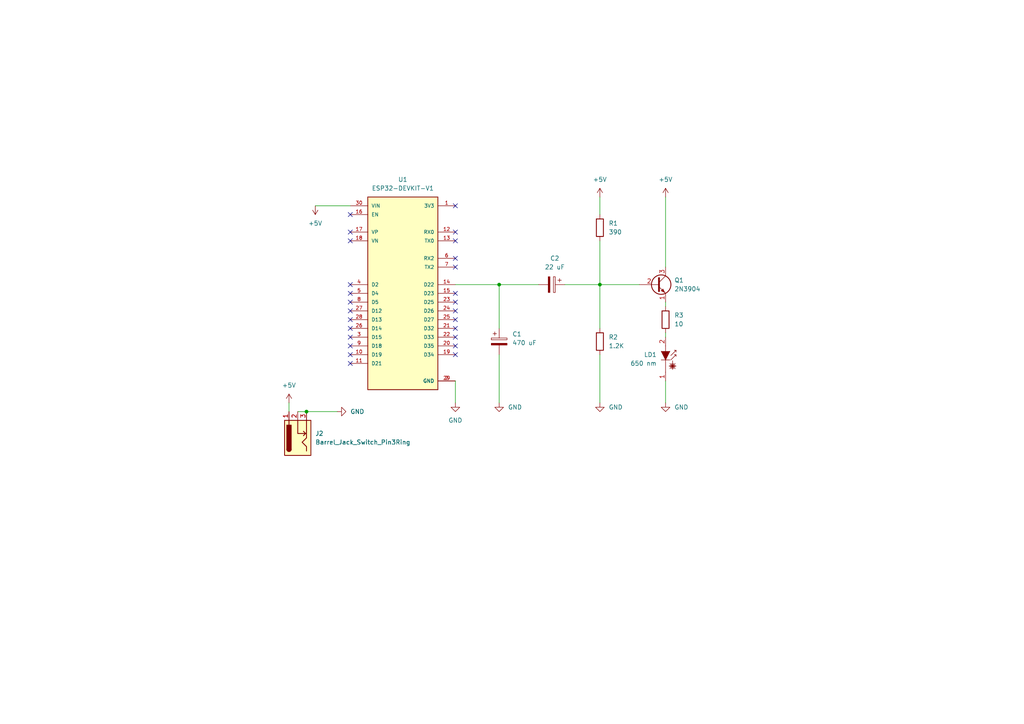
<source format=kicad_sch>
(kicad_sch (version 20230121) (generator eeschema)

  (uuid bf28ccc4-c2f9-4874-b1d7-ede309ad0e75)

  (paper "A4")

  (lib_symbols
    (symbol "Connector:Barrel_Jack_Switch_Pin3Ring" (pin_names hide) (in_bom yes) (on_board yes)
      (property "Reference" "J" (at 0 5.334 0)
        (effects (font (size 1.27 1.27)))
      )
      (property "Value" "Barrel_Jack_Switch_Pin3Ring" (at 0 -5.08 0)
        (effects (font (size 1.27 1.27)))
      )
      (property "Footprint" "" (at 1.27 -1.016 0)
        (effects (font (size 1.27 1.27)) hide)
      )
      (property "Datasheet" "~" (at 1.27 -1.016 0)
        (effects (font (size 1.27 1.27)) hide)
      )
      (property "ki_keywords" "DC power barrel jack connector" (at 0 0 0)
        (effects (font (size 1.27 1.27)) hide)
      )
      (property "ki_description" "DC Barrel Jack with an internal switch" (at 0 0 0)
        (effects (font (size 1.27 1.27)) hide)
      )
      (property "ki_fp_filters" "BarrelJack*" (at 0 0 0)
        (effects (font (size 1.27 1.27)) hide)
      )
      (symbol "Barrel_Jack_Switch_Pin3Ring_0_1"
        (rectangle (start -5.08 3.81) (end 5.08 -3.81)
          (stroke (width 0.254) (type default))
          (fill (type background))
        )
        (arc (start -3.302 3.175) (mid -3.9343 2.54) (end -3.302 1.905)
          (stroke (width 0.254) (type default))
          (fill (type none))
        )
        (arc (start -3.302 3.175) (mid -3.9343 2.54) (end -3.302 1.905)
          (stroke (width 0.254) (type default))
          (fill (type outline))
        )
        (polyline
          (pts
            (xy 1.27 -2.286)
            (xy 1.905 -1.651)
          )
          (stroke (width 0.254) (type default))
          (fill (type none))
        )
        (polyline
          (pts
            (xy 5.08 2.54)
            (xy 3.81 2.54)
          )
          (stroke (width 0.254) (type default))
          (fill (type none))
        )
        (polyline
          (pts
            (xy 5.08 0)
            (xy 1.27 0)
            (xy 1.27 -2.286)
            (xy 0.635 -1.651)
          )
          (stroke (width 0.254) (type default))
          (fill (type none))
        )
        (polyline
          (pts
            (xy -3.81 -2.54)
            (xy -2.54 -2.54)
            (xy -1.27 -1.27)
            (xy 0 -2.54)
            (xy 2.54 -2.54)
            (xy 5.08 -2.54)
          )
          (stroke (width 0.254) (type default))
          (fill (type none))
        )
        (rectangle (start 3.683 3.175) (end -3.302 1.905)
          (stroke (width 0.254) (type default))
          (fill (type outline))
        )
      )
      (symbol "Barrel_Jack_Switch_Pin3Ring_1_1"
        (pin passive line (at 7.62 2.54 180) (length 2.54)
          (name "~" (effects (font (size 1.27 1.27))))
          (number "1" (effects (font (size 1.27 1.27))))
        )
        (pin passive line (at 7.62 0 180) (length 2.54)
          (name "~" (effects (font (size 1.27 1.27))))
          (number "2" (effects (font (size 1.27 1.27))))
        )
        (pin passive line (at 7.62 -2.54 180) (length 2.54)
          (name "~" (effects (font (size 1.27 1.27))))
          (number "3" (effects (font (size 1.27 1.27))))
        )
      )
    )
    (symbol "Device:C_Polarized" (pin_numbers hide) (pin_names (offset 0.254)) (in_bom yes) (on_board yes)
      (property "Reference" "C" (at 0.635 2.54 0)
        (effects (font (size 1.27 1.27)) (justify left))
      )
      (property "Value" "C_Polarized" (at 0.635 -2.54 0)
        (effects (font (size 1.27 1.27)) (justify left))
      )
      (property "Footprint" "" (at 0.9652 -3.81 0)
        (effects (font (size 1.27 1.27)) hide)
      )
      (property "Datasheet" "~" (at 0 0 0)
        (effects (font (size 1.27 1.27)) hide)
      )
      (property "ki_keywords" "cap capacitor" (at 0 0 0)
        (effects (font (size 1.27 1.27)) hide)
      )
      (property "ki_description" "Polarized capacitor" (at 0 0 0)
        (effects (font (size 1.27 1.27)) hide)
      )
      (property "ki_fp_filters" "CP_*" (at 0 0 0)
        (effects (font (size 1.27 1.27)) hide)
      )
      (symbol "C_Polarized_0_1"
        (rectangle (start -2.286 0.508) (end 2.286 1.016)
          (stroke (width 0) (type default))
          (fill (type none))
        )
        (polyline
          (pts
            (xy -1.778 2.286)
            (xy -0.762 2.286)
          )
          (stroke (width 0) (type default))
          (fill (type none))
        )
        (polyline
          (pts
            (xy -1.27 2.794)
            (xy -1.27 1.778)
          )
          (stroke (width 0) (type default))
          (fill (type none))
        )
        (rectangle (start 2.286 -0.508) (end -2.286 -1.016)
          (stroke (width 0) (type default))
          (fill (type outline))
        )
      )
      (symbol "C_Polarized_1_1"
        (pin passive line (at 0 3.81 270) (length 2.794)
          (name "~" (effects (font (size 1.27 1.27))))
          (number "1" (effects (font (size 1.27 1.27))))
        )
        (pin passive line (at 0 -3.81 90) (length 2.794)
          (name "~" (effects (font (size 1.27 1.27))))
          (number "2" (effects (font (size 1.27 1.27))))
        )
      )
    )
    (symbol "Device:R" (pin_numbers hide) (pin_names (offset 0)) (in_bom yes) (on_board yes)
      (property "Reference" "R" (at 2.032 0 90)
        (effects (font (size 1.27 1.27)))
      )
      (property "Value" "R" (at 0 0 90)
        (effects (font (size 1.27 1.27)))
      )
      (property "Footprint" "" (at -1.778 0 90)
        (effects (font (size 1.27 1.27)) hide)
      )
      (property "Datasheet" "~" (at 0 0 0)
        (effects (font (size 1.27 1.27)) hide)
      )
      (property "ki_keywords" "R res resistor" (at 0 0 0)
        (effects (font (size 1.27 1.27)) hide)
      )
      (property "ki_description" "Resistor" (at 0 0 0)
        (effects (font (size 1.27 1.27)) hide)
      )
      (property "ki_fp_filters" "R_*" (at 0 0 0)
        (effects (font (size 1.27 1.27)) hide)
      )
      (symbol "R_0_1"
        (rectangle (start -1.016 -2.54) (end 1.016 2.54)
          (stroke (width 0.254) (type default))
          (fill (type none))
        )
      )
      (symbol "R_1_1"
        (pin passive line (at 0 3.81 270) (length 1.27)
          (name "~" (effects (font (size 1.27 1.27))))
          (number "1" (effects (font (size 1.27 1.27))))
        )
        (pin passive line (at 0 -3.81 90) (length 1.27)
          (name "~" (effects (font (size 1.27 1.27))))
          (number "2" (effects (font (size 1.27 1.27))))
        )
      )
    )
    (symbol "Diode_Laser:SPL_PL90" (pin_names (offset 1.016) hide) (in_bom yes) (on_board yes)
      (property "Reference" "LD" (at -1.27 4.445 0)
        (effects (font (size 1.27 1.27)))
      )
      (property "Value" "SPL_PL90" (at -1.27 -2.54 0)
        (effects (font (size 1.27 1.27)))
      )
      (property "Footprint" "LED_THT:LED_D5.0mm" (at -1.524 -4.572 0)
        (effects (font (size 1.27 1.27)) hide)
      )
      (property "Datasheet" "http://www.osram-os.com/Graphics/XPic0/00194565_0.pdf/SPL%20PL90.pdf" (at 0.762 -5.08 0)
        (effects (font (size 1.27 1.27)) hide)
      )
      (property "ki_keywords" "opto laserdiode" (at 0 0 0)
        (effects (font (size 1.27 1.27)) hide)
      )
      (property "ki_description" "Pulsed Laser Diode in Plastic Package 25W Peak Power" (at 0 0 0)
        (effects (font (size 1.27 1.27)) hide)
      )
      (property "ki_fp_filters" "LED*5.0mm*" (at 0 0 0)
        (effects (font (size 1.27 1.27)) hide)
      )
      (symbol "SPL_PL90_0_1"
        (polyline
          (pts
            (xy -4.064 1.27)
            (xy -2.54 2.794)
          )
          (stroke (width 0) (type default))
          (fill (type none))
        )
        (polyline
          (pts
            (xy -4.064 1.778)
            (xy -2.54 2.286)
          )
          (stroke (width 0) (type default))
          (fill (type none))
        )
        (polyline
          (pts
            (xy -4.064 2.286)
            (xy -2.54 1.778)
          )
          (stroke (width 0) (type default))
          (fill (type none))
        )
        (polyline
          (pts
            (xy -4.064 2.794)
            (xy -2.54 1.27)
          )
          (stroke (width 0) (type default))
          (fill (type none))
        )
        (polyline
          (pts
            (xy -3.556 2.794)
            (xy -3.048 1.27)
          )
          (stroke (width 0) (type default))
          (fill (type none))
        )
        (polyline
          (pts
            (xy -3.302 2.032)
            (xy -3.302 1.016)
          )
          (stroke (width 0) (type default))
          (fill (type none))
        )
        (polyline
          (pts
            (xy -3.302 2.032)
            (xy -3.302 3.048)
          )
          (stroke (width 0) (type default))
          (fill (type none))
        )
        (polyline
          (pts
            (xy -3.048 2.794)
            (xy -3.556 1.27)
          )
          (stroke (width 0) (type default))
          (fill (type none))
        )
        (polyline
          (pts
            (xy -1.778 2.032)
            (xy -4.318 2.032)
          )
          (stroke (width 0) (type default))
          (fill (type none))
        )
        (polyline
          (pts
            (xy -1.524 1.27)
            (xy -1.524 -1.27)
          )
          (stroke (width 0.1524) (type default))
          (fill (type none))
        )
        (polyline
          (pts
            (xy 1.27 3.048)
            (xy 0.762 3.048)
          )
          (stroke (width 0) (type default))
          (fill (type none))
        )
        (polyline
          (pts
            (xy 2.54 0)
            (xy -5.08 0)
          )
          (stroke (width 0) (type default))
          (fill (type none))
        )
        (polyline
          (pts
            (xy -0.254 1.524)
            (xy 1.27 3.048)
            (xy 1.27 2.54)
          )
          (stroke (width 0) (type default))
          (fill (type none))
        )
        (polyline
          (pts
            (xy 1.016 1.27)
            (xy -1.524 0)
            (xy 1.016 -1.27)
          )
          (stroke (width 0) (type default))
          (fill (type outline))
        )
        (polyline
          (pts
            (xy -1.524 1.524)
            (xy 0 3.048)
            (xy 0 2.54)
            (xy 0 3.048)
            (xy -0.508 3.048)
          )
          (stroke (width 0) (type default))
          (fill (type none))
        )
      )
      (symbol "SPL_PL90_1_1"
        (pin passive line (at -7.62 0 0) (length 2.54)
          (name "C" (effects (font (size 1.27 1.27))))
          (number "1" (effects (font (size 1.27 1.27))))
        )
        (pin passive line (at 5.08 0 180) (length 2.54)
          (name "A" (effects (font (size 1.27 1.27))))
          (number "2" (effects (font (size 1.27 1.27))))
        )
      )
    )
    (symbol "ESP32-DEVKIT-V1:ESP32-DEVKIT-V1" (pin_names (offset 1.016)) (in_bom yes) (on_board yes)
      (property "Reference" "U" (at -10.16 30.48 0)
        (effects (font (size 1.27 1.27)) (justify left bottom))
      )
      (property "Value" "ESP32-DEVKIT-V1" (at -10.16 -30.48 0)
        (effects (font (size 1.27 1.27)) (justify left bottom))
      )
      (property "Footprint" "MODULE_ESP32_DEVKIT_V1" (at 0 0 0)
        (effects (font (size 1.27 1.27)) (justify left bottom) hide)
      )
      (property "Datasheet" "" (at 0 0 0)
        (effects (font (size 1.27 1.27)) (justify left bottom) hide)
      )
      (property "MF" "Do it" (at 0 0 0)
        (effects (font (size 1.27 1.27)) (justify left bottom) hide)
      )
      (property "MAXIMUM_PACKAGE_HEIGHT" "6.8 mm" (at 0 0 0)
        (effects (font (size 1.27 1.27)) (justify left bottom) hide)
      )
      (property "Package" "None" (at 0 0 0)
        (effects (font (size 1.27 1.27)) (justify left bottom) hide)
      )
      (property "Price" "None" (at 0 0 0)
        (effects (font (size 1.27 1.27)) (justify left bottom) hide)
      )
      (property "Check_prices" "https://www.snapeda.com/parts/ESP32-DEVKIT-V1/Do+it/view-part/?ref=eda" (at 0 0 0)
        (effects (font (size 1.27 1.27)) (justify left bottom) hide)
      )
      (property "STANDARD" "Manufacturer Recommendations" (at 0 0 0)
        (effects (font (size 1.27 1.27)) (justify left bottom) hide)
      )
      (property "PARTREV" "N/A" (at 0 0 0)
        (effects (font (size 1.27 1.27)) (justify left bottom) hide)
      )
      (property "SnapEDA_Link" "https://www.snapeda.com/parts/ESP32-DEVKIT-V1/Do+it/view-part/?ref=snap" (at 0 0 0)
        (effects (font (size 1.27 1.27)) (justify left bottom) hide)
      )
      (property "MP" "ESP32-DEVKIT-V1" (at 0 0 0)
        (effects (font (size 1.27 1.27)) (justify left bottom) hide)
      )
      (property "Description" "\\nDual core, Wi-Fi: 2.4 GHz up to 150 Mbits/s,BLE (Bluetooth Low Energy) and legacy Bluetooth, 32 bits, Up to 240 MHz\\n" (at 0 0 0)
        (effects (font (size 1.27 1.27)) (justify left bottom) hide)
      )
      (property "Availability" "Not in stock" (at 0 0 0)
        (effects (font (size 1.27 1.27)) (justify left bottom) hide)
      )
      (property "MANUFACTURER" "DOIT" (at 0 0 0)
        (effects (font (size 1.27 1.27)) (justify left bottom) hide)
      )
      (property "ki_locked" "" (at 0 0 0)
        (effects (font (size 1.27 1.27)))
      )
      (symbol "ESP32-DEVKIT-V1_0_0"
        (rectangle (start -10.16 -27.94) (end 10.16 27.94)
          (stroke (width 0.254) (type solid))
          (fill (type background))
        )
        (pin output line (at 15.24 25.4 180) (length 5.08)
          (name "3V3" (effects (font (size 1.016 1.016))))
          (number "1" (effects (font (size 1.016 1.016))))
        )
        (pin bidirectional line (at -15.24 -17.78 0) (length 5.08)
          (name "D19" (effects (font (size 1.016 1.016))))
          (number "10" (effects (font (size 1.016 1.016))))
        )
        (pin bidirectional line (at -15.24 -20.32 0) (length 5.08)
          (name "D21" (effects (font (size 1.016 1.016))))
          (number "11" (effects (font (size 1.016 1.016))))
        )
        (pin input line (at 15.24 17.78 180) (length 5.08)
          (name "RX0" (effects (font (size 1.016 1.016))))
          (number "12" (effects (font (size 1.016 1.016))))
        )
        (pin output line (at 15.24 15.24 180) (length 5.08)
          (name "TX0" (effects (font (size 1.016 1.016))))
          (number "13" (effects (font (size 1.016 1.016))))
        )
        (pin bidirectional line (at 15.24 2.54 180) (length 5.08)
          (name "D22" (effects (font (size 1.016 1.016))))
          (number "14" (effects (font (size 1.016 1.016))))
        )
        (pin bidirectional line (at 15.24 0 180) (length 5.08)
          (name "D23" (effects (font (size 1.016 1.016))))
          (number "15" (effects (font (size 1.016 1.016))))
        )
        (pin input line (at -15.24 22.86 0) (length 5.08)
          (name "EN" (effects (font (size 1.016 1.016))))
          (number "16" (effects (font (size 1.016 1.016))))
        )
        (pin bidirectional line (at -15.24 17.78 0) (length 5.08)
          (name "VP" (effects (font (size 1.016 1.016))))
          (number "17" (effects (font (size 1.016 1.016))))
        )
        (pin bidirectional line (at -15.24 15.24 0) (length 5.08)
          (name "VN" (effects (font (size 1.016 1.016))))
          (number "18" (effects (font (size 1.016 1.016))))
        )
        (pin bidirectional line (at 15.24 -17.78 180) (length 5.08)
          (name "D34" (effects (font (size 1.016 1.016))))
          (number "19" (effects (font (size 1.016 1.016))))
        )
        (pin power_in line (at 15.24 -25.4 180) (length 5.08)
          (name "GND" (effects (font (size 1.016 1.016))))
          (number "2" (effects (font (size 1.016 1.016))))
        )
        (pin bidirectional line (at 15.24 -15.24 180) (length 5.08)
          (name "D35" (effects (font (size 1.016 1.016))))
          (number "20" (effects (font (size 1.016 1.016))))
        )
        (pin bidirectional line (at 15.24 -10.16 180) (length 5.08)
          (name "D32" (effects (font (size 1.016 1.016))))
          (number "21" (effects (font (size 1.016 1.016))))
        )
        (pin bidirectional line (at 15.24 -12.7 180) (length 5.08)
          (name "D33" (effects (font (size 1.016 1.016))))
          (number "22" (effects (font (size 1.016 1.016))))
        )
        (pin bidirectional line (at 15.24 -2.54 180) (length 5.08)
          (name "D25" (effects (font (size 1.016 1.016))))
          (number "23" (effects (font (size 1.016 1.016))))
        )
        (pin bidirectional line (at 15.24 -5.08 180) (length 5.08)
          (name "D26" (effects (font (size 1.016 1.016))))
          (number "24" (effects (font (size 1.016 1.016))))
        )
        (pin bidirectional line (at 15.24 -7.62 180) (length 5.08)
          (name "D27" (effects (font (size 1.016 1.016))))
          (number "25" (effects (font (size 1.016 1.016))))
        )
        (pin bidirectional line (at -15.24 -10.16 0) (length 5.08)
          (name "D14" (effects (font (size 1.016 1.016))))
          (number "26" (effects (font (size 1.016 1.016))))
        )
        (pin bidirectional line (at -15.24 -5.08 0) (length 5.08)
          (name "D12" (effects (font (size 1.016 1.016))))
          (number "27" (effects (font (size 1.016 1.016))))
        )
        (pin bidirectional line (at -15.24 -7.62 0) (length 5.08)
          (name "D13" (effects (font (size 1.016 1.016))))
          (number "28" (effects (font (size 1.016 1.016))))
        )
        (pin power_in line (at 15.24 -25.4 180) (length 5.08)
          (name "GND" (effects (font (size 1.016 1.016))))
          (number "29" (effects (font (size 1.016 1.016))))
        )
        (pin bidirectional line (at -15.24 -12.7 0) (length 5.08)
          (name "D15" (effects (font (size 1.016 1.016))))
          (number "3" (effects (font (size 1.016 1.016))))
        )
        (pin input line (at -15.24 25.4 0) (length 5.08)
          (name "VIN" (effects (font (size 1.016 1.016))))
          (number "30" (effects (font (size 1.016 1.016))))
        )
        (pin bidirectional line (at -15.24 2.54 0) (length 5.08)
          (name "D2" (effects (font (size 1.016 1.016))))
          (number "4" (effects (font (size 1.016 1.016))))
        )
        (pin bidirectional line (at -15.24 0 0) (length 5.08)
          (name "D4" (effects (font (size 1.016 1.016))))
          (number "5" (effects (font (size 1.016 1.016))))
        )
        (pin input line (at 15.24 10.16 180) (length 5.08)
          (name "RX2" (effects (font (size 1.016 1.016))))
          (number "6" (effects (font (size 1.016 1.016))))
        )
        (pin output line (at 15.24 7.62 180) (length 5.08)
          (name "TX2" (effects (font (size 1.016 1.016))))
          (number "7" (effects (font (size 1.016 1.016))))
        )
        (pin bidirectional line (at -15.24 -2.54 0) (length 5.08)
          (name "D5" (effects (font (size 1.016 1.016))))
          (number "8" (effects (font (size 1.016 1.016))))
        )
        (pin bidirectional line (at -15.24 -15.24 0) (length 5.08)
          (name "D18" (effects (font (size 1.016 1.016))))
          (number "9" (effects (font (size 1.016 1.016))))
        )
      )
    )
    (symbol "Transistor_BJT:2N3904" (pin_names (offset 0) hide) (in_bom yes) (on_board yes)
      (property "Reference" "Q" (at 5.08 1.905 0)
        (effects (font (size 1.27 1.27)) (justify left))
      )
      (property "Value" "2N3904" (at 5.08 0 0)
        (effects (font (size 1.27 1.27)) (justify left))
      )
      (property "Footprint" "Package_TO_SOT_THT:TO-92_Inline" (at 5.08 -1.905 0)
        (effects (font (size 1.27 1.27) italic) (justify left) hide)
      )
      (property "Datasheet" "https://www.onsemi.com/pub/Collateral/2N3903-D.PDF" (at 0 0 0)
        (effects (font (size 1.27 1.27)) (justify left) hide)
      )
      (property "ki_keywords" "NPN Transistor" (at 0 0 0)
        (effects (font (size 1.27 1.27)) hide)
      )
      (property "ki_description" "0.2A Ic, 40V Vce, Small Signal NPN Transistor, TO-92" (at 0 0 0)
        (effects (font (size 1.27 1.27)) hide)
      )
      (property "ki_fp_filters" "TO?92*" (at 0 0 0)
        (effects (font (size 1.27 1.27)) hide)
      )
      (symbol "2N3904_0_1"
        (polyline
          (pts
            (xy 0.635 0.635)
            (xy 2.54 2.54)
          )
          (stroke (width 0) (type default))
          (fill (type none))
        )
        (polyline
          (pts
            (xy 0.635 -0.635)
            (xy 2.54 -2.54)
            (xy 2.54 -2.54)
          )
          (stroke (width 0) (type default))
          (fill (type none))
        )
        (polyline
          (pts
            (xy 0.635 1.905)
            (xy 0.635 -1.905)
            (xy 0.635 -1.905)
          )
          (stroke (width 0.508) (type default))
          (fill (type none))
        )
        (polyline
          (pts
            (xy 1.27 -1.778)
            (xy 1.778 -1.27)
            (xy 2.286 -2.286)
            (xy 1.27 -1.778)
            (xy 1.27 -1.778)
          )
          (stroke (width 0) (type default))
          (fill (type outline))
        )
        (circle (center 1.27 0) (radius 2.8194)
          (stroke (width 0.254) (type default))
          (fill (type none))
        )
      )
      (symbol "2N3904_1_1"
        (pin passive line (at 2.54 -5.08 90) (length 2.54)
          (name "E" (effects (font (size 1.27 1.27))))
          (number "1" (effects (font (size 1.27 1.27))))
        )
        (pin passive line (at -5.08 0 0) (length 5.715)
          (name "B" (effects (font (size 1.27 1.27))))
          (number "2" (effects (font (size 1.27 1.27))))
        )
        (pin passive line (at 2.54 5.08 270) (length 2.54)
          (name "C" (effects (font (size 1.27 1.27))))
          (number "3" (effects (font (size 1.27 1.27))))
        )
      )
    )
    (symbol "power:+5V" (power) (pin_names (offset 0)) (in_bom yes) (on_board yes)
      (property "Reference" "#PWR" (at 0 -3.81 0)
        (effects (font (size 1.27 1.27)) hide)
      )
      (property "Value" "+5V" (at 0 3.556 0)
        (effects (font (size 1.27 1.27)))
      )
      (property "Footprint" "" (at 0 0 0)
        (effects (font (size 1.27 1.27)) hide)
      )
      (property "Datasheet" "" (at 0 0 0)
        (effects (font (size 1.27 1.27)) hide)
      )
      (property "ki_keywords" "global power" (at 0 0 0)
        (effects (font (size 1.27 1.27)) hide)
      )
      (property "ki_description" "Power symbol creates a global label with name \"+5V\"" (at 0 0 0)
        (effects (font (size 1.27 1.27)) hide)
      )
      (symbol "+5V_0_1"
        (polyline
          (pts
            (xy -0.762 1.27)
            (xy 0 2.54)
          )
          (stroke (width 0) (type default))
          (fill (type none))
        )
        (polyline
          (pts
            (xy 0 0)
            (xy 0 2.54)
          )
          (stroke (width 0) (type default))
          (fill (type none))
        )
        (polyline
          (pts
            (xy 0 2.54)
            (xy 0.762 1.27)
          )
          (stroke (width 0) (type default))
          (fill (type none))
        )
      )
      (symbol "+5V_1_1"
        (pin power_in line (at 0 0 90) (length 0) hide
          (name "+5V" (effects (font (size 1.27 1.27))))
          (number "1" (effects (font (size 1.27 1.27))))
        )
      )
    )
    (symbol "power:GND" (power) (pin_names (offset 0)) (in_bom yes) (on_board yes)
      (property "Reference" "#PWR" (at 0 -6.35 0)
        (effects (font (size 1.27 1.27)) hide)
      )
      (property "Value" "GND" (at 0 -3.81 0)
        (effects (font (size 1.27 1.27)))
      )
      (property "Footprint" "" (at 0 0 0)
        (effects (font (size 1.27 1.27)) hide)
      )
      (property "Datasheet" "" (at 0 0 0)
        (effects (font (size 1.27 1.27)) hide)
      )
      (property "ki_keywords" "global power" (at 0 0 0)
        (effects (font (size 1.27 1.27)) hide)
      )
      (property "ki_description" "Power symbol creates a global label with name \"GND\" , ground" (at 0 0 0)
        (effects (font (size 1.27 1.27)) hide)
      )
      (symbol "GND_0_1"
        (polyline
          (pts
            (xy 0 0)
            (xy 0 -1.27)
            (xy 1.27 -1.27)
            (xy 0 -2.54)
            (xy -1.27 -1.27)
            (xy 0 -1.27)
          )
          (stroke (width 0) (type default))
          (fill (type none))
        )
      )
      (symbol "GND_1_1"
        (pin power_in line (at 0 0 270) (length 0) hide
          (name "GND" (effects (font (size 1.27 1.27))))
          (number "1" (effects (font (size 1.27 1.27))))
        )
      )
    )
  )

  (junction (at 144.78 82.55) (diameter 0) (color 0 0 0 0)
    (uuid 848a7ad3-6d0a-4797-a09b-2efbd19773b9)
  )
  (junction (at 173.99 82.55) (diameter 0) (color 0 0 0 0)
    (uuid 8bb6eea5-d76e-448f-98b0-a117f84bd29c)
  )
  (junction (at 88.9 119.38) (diameter 0) (color 0 0 0 0)
    (uuid bcdf1aba-bfc9-4881-b1e2-23c88b92536c)
  )

  (no_connect (at 101.6 102.87) (uuid 0331dd7e-2126-4ab4-9b16-aa51df2afe11))
  (no_connect (at 101.6 85.09) (uuid 06490bc7-edf6-4b48-b903-37a1e426787b))
  (no_connect (at 132.08 102.87) (uuid 0b4269ab-a658-461c-98a3-d2e63486e386))
  (no_connect (at 132.08 69.85) (uuid 1a9c744a-a95e-4208-bd17-49bda166fc8b))
  (no_connect (at 132.08 77.47) (uuid 2b745089-56f8-45cf-905a-fd688bfe8db7))
  (no_connect (at 132.08 85.09) (uuid 2ee52b85-909d-4c79-a2e8-f8425da0268c))
  (no_connect (at 101.6 62.23) (uuid 373520a7-cd70-44ee-992a-bba544eb04bb))
  (no_connect (at 101.6 87.63) (uuid 39a07042-6fd5-4df7-bbc9-6b9f1b80a1f0))
  (no_connect (at 132.08 67.31) (uuid 3ebeb56f-e0f6-4611-9d1b-7c38e2c289c3))
  (no_connect (at 132.08 59.69) (uuid 4493eabd-b9f5-4027-88bd-c0f1ee591deb))
  (no_connect (at 132.08 92.71) (uuid 4a4e167b-783e-4300-aebb-69c3f09a38df))
  (no_connect (at 132.08 97.79) (uuid 5268e767-2999-43cf-9e71-16c466792763))
  (no_connect (at 132.08 95.25) (uuid 60b4b6d9-97a5-46cb-881b-1eb5aaac7a10))
  (no_connect (at 101.6 97.79) (uuid 66d6e5f1-9db1-4fef-a2b4-11a19fc5a7b5))
  (no_connect (at 101.6 95.25) (uuid a7a74fd9-e496-4750-9814-31da5aaedd91))
  (no_connect (at 132.08 74.93) (uuid a938b028-4a54-4caa-936e-7256a96424cd))
  (no_connect (at 132.08 87.63) (uuid b179d1e6-354c-4d0a-91fd-ef13853ae34a))
  (no_connect (at 101.6 105.41) (uuid b72e373e-4b74-4f1d-bcec-17982125101d))
  (no_connect (at 101.6 82.55) (uuid b8920584-6a7a-4842-9de2-15328a154475))
  (no_connect (at 132.08 100.33) (uuid c7ebdd35-1805-43e8-a306-60109cfbff87))
  (no_connect (at 101.6 69.85) (uuid cd3ecec3-73db-4dcf-80ac-de4086a3fb03))
  (no_connect (at 101.6 90.17) (uuid d6fccb10-10ff-48c4-a3a0-7b74c05b3f28))
  (no_connect (at 101.6 67.31) (uuid d742e51c-48a7-44ed-9eb6-a7fa2c6c19bd))
  (no_connect (at 101.6 100.33) (uuid dd9fb7a1-d138-4b58-b1a3-d0abab6adf64))
  (no_connect (at 132.08 90.17) (uuid fc29b69b-2560-4fec-a811-09151bbd9577))
  (no_connect (at 101.6 92.71) (uuid ff06b45c-3057-44db-bf44-0ac6f1a77f52))

  (wire (pts (xy 173.99 57.15) (xy 173.99 62.23))
    (stroke (width 0) (type default))
    (uuid 0e1173cd-5f89-45fc-a98f-d6fc1c7b1c5a)
  )
  (wire (pts (xy 86.36 119.38) (xy 88.9 119.38))
    (stroke (width 0) (type default))
    (uuid 1cf8520e-d7ed-4344-8a65-a268a63dab84)
  )
  (wire (pts (xy 144.78 82.55) (xy 156.21 82.55))
    (stroke (width 0) (type default))
    (uuid 4147a776-7664-419a-9b95-bed1972331db)
  )
  (wire (pts (xy 185.42 82.55) (xy 173.99 82.55))
    (stroke (width 0) (type default))
    (uuid 63da44d9-44bf-47f5-8996-702cb71ce7ab)
  )
  (wire (pts (xy 173.99 95.25) (xy 173.99 82.55))
    (stroke (width 0) (type default))
    (uuid 66d72bd4-49bf-4fe2-bc47-03cb2d6afaa1)
  )
  (wire (pts (xy 173.99 82.55) (xy 173.99 69.85))
    (stroke (width 0) (type default))
    (uuid 75e4eae0-7694-48d6-8cb2-50921cc65ca1)
  )
  (wire (pts (xy 132.08 116.84) (xy 132.08 110.49))
    (stroke (width 0) (type default))
    (uuid 8506d68b-bc8e-4ac6-a5db-06b4446818bc)
  )
  (wire (pts (xy 193.04 96.52) (xy 193.04 97.79))
    (stroke (width 0) (type default))
    (uuid 8b8c500d-8390-4b17-8ae4-2f96099917a6)
  )
  (wire (pts (xy 173.99 102.87) (xy 173.99 116.84))
    (stroke (width 0) (type default))
    (uuid 98c00fc0-8c16-44cb-97aa-1c72b31b27ab)
  )
  (wire (pts (xy 193.04 116.84) (xy 193.04 110.49))
    (stroke (width 0) (type default))
    (uuid 9de1b195-4e4a-4eab-9da7-0bf7603daf41)
  )
  (wire (pts (xy 83.82 116.84) (xy 83.82 119.38))
    (stroke (width 0) (type default))
    (uuid a8c22ab6-e199-4fd4-87f8-2e88c5a89702)
  )
  (wire (pts (xy 91.44 59.69) (xy 101.6 59.69))
    (stroke (width 0) (type default))
    (uuid aa5257aa-fc72-4217-8cdc-ae94577e1ae4)
  )
  (wire (pts (xy 88.9 119.38) (xy 97.79 119.38))
    (stroke (width 0) (type default))
    (uuid ac776b50-c99e-4e40-b37d-3745d86e1d62)
  )
  (wire (pts (xy 193.04 57.15) (xy 193.04 77.47))
    (stroke (width 0) (type default))
    (uuid c8d9c9ba-1d98-49fe-897e-1e35bdaea672)
  )
  (wire (pts (xy 193.04 88.9) (xy 193.04 87.63))
    (stroke (width 0) (type default))
    (uuid ca13d43e-cef7-454a-93e3-c1da718b8cae)
  )
  (wire (pts (xy 144.78 82.55) (xy 144.78 95.25))
    (stroke (width 0) (type default))
    (uuid cebff56a-b68a-4b45-bd7f-a3e2f307a99a)
  )
  (wire (pts (xy 132.08 82.55) (xy 144.78 82.55))
    (stroke (width 0) (type default))
    (uuid d3c27332-43ec-4f3e-a2b6-8f4636aa4096)
  )
  (wire (pts (xy 163.83 82.55) (xy 173.99 82.55))
    (stroke (width 0) (type default))
    (uuid ebf5c5d6-d103-41f7-a7ae-5e186e0836f4)
  )
  (wire (pts (xy 144.78 102.87) (xy 144.78 116.84))
    (stroke (width 0) (type default))
    (uuid fadb6f02-148d-4adc-8b10-671ad51be07e)
  )

  (symbol (lib_id "Device:R") (at 193.04 92.71 0) (unit 1)
    (in_bom yes) (on_board yes) (dnp no) (fields_autoplaced)
    (uuid 0e3b5c8b-c517-43d4-a461-55774efeb6b8)
    (property "Reference" "R3" (at 195.58 91.44 0)
      (effects (font (size 1.27 1.27)) (justify left))
    )
    (property "Value" "10" (at 195.58 93.98 0)
      (effects (font (size 1.27 1.27)) (justify left))
    )
    (property "Footprint" "Resistor_THT:R_Axial_DIN0411_L9.9mm_D3.6mm_P15.24mm_Horizontal" (at 191.262 92.71 90)
      (effects (font (size 1.27 1.27)) hide)
    )
    (property "Datasheet" "~" (at 193.04 92.71 0)
      (effects (font (size 1.27 1.27)) hide)
    )
    (pin "2" (uuid 8ff6ca80-0735-4fba-84b8-dbb8f4817a8f))
    (pin "1" (uuid 23a27efc-b00d-4465-97fa-bc9a75b620d6))
    (instances
      (project "Transmisor_1"
        (path "/bf28ccc4-c2f9-4874-b1d7-ede309ad0e75"
          (reference "R3") (unit 1)
        )
      )
    )
  )

  (symbol (lib_id "Device:C_Polarized") (at 144.78 99.06 0) (unit 1)
    (in_bom yes) (on_board yes) (dnp no) (fields_autoplaced)
    (uuid 15843bfa-05b5-410b-8026-f46992618e05)
    (property "Reference" "C1" (at 148.59 96.901 0)
      (effects (font (size 1.27 1.27)) (justify left))
    )
    (property "Value" "470 uF" (at 148.59 99.441 0)
      (effects (font (size 1.27 1.27)) (justify left))
    )
    (property "Footprint" "Capacitor_THT:CP_Radial_D10.0mm_P3.50mm" (at 145.7452 102.87 0)
      (effects (font (size 1.27 1.27)) hide)
    )
    (property "Datasheet" "~" (at 144.78 99.06 0)
      (effects (font (size 1.27 1.27)) hide)
    )
    (pin "2" (uuid c2966f36-1d42-404a-a7eb-2e123a9ce12c))
    (pin "1" (uuid dfdf76b5-7705-49ba-b90c-b933f4fbe34c))
    (instances
      (project "Transmisor_1"
        (path "/bf28ccc4-c2f9-4874-b1d7-ede309ad0e75"
          (reference "C1") (unit 1)
        )
      )
    )
  )

  (symbol (lib_id "power:GND") (at 173.99 116.84 0) (unit 1)
    (in_bom yes) (on_board yes) (dnp no)
    (uuid 23f0df31-1f87-4bb8-a2c3-ea15fc38ade8)
    (property "Reference" "#PWR06" (at 173.99 123.19 0)
      (effects (font (size 1.27 1.27)) hide)
    )
    (property "Value" "GND" (at 176.53 118.11 0)
      (effects (font (size 1.27 1.27)) (justify left))
    )
    (property "Footprint" "" (at 173.99 116.84 0)
      (effects (font (size 1.27 1.27)) hide)
    )
    (property "Datasheet" "" (at 173.99 116.84 0)
      (effects (font (size 1.27 1.27)) hide)
    )
    (pin "1" (uuid 8d902fa9-f900-4a48-b08c-c0b050a9bcf2))
    (instances
      (project "Transmisor_1"
        (path "/bf28ccc4-c2f9-4874-b1d7-ede309ad0e75"
          (reference "#PWR06") (unit 1)
        )
      )
    )
  )

  (symbol (lib_id "Device:C_Polarized") (at 160.02 82.55 270) (unit 1)
    (in_bom yes) (on_board yes) (dnp no) (fields_autoplaced)
    (uuid 2799953a-0768-4b3c-8c3a-adf96a290ebb)
    (property "Reference" "C2" (at 160.909 74.93 90)
      (effects (font (size 1.27 1.27)))
    )
    (property "Value" "22 uF" (at 160.909 77.47 90)
      (effects (font (size 1.27 1.27)))
    )
    (property "Footprint" "Capacitor_THT:CP_Radial_D10.0mm_P3.50mm" (at 156.21 83.5152 0)
      (effects (font (size 1.27 1.27)) hide)
    )
    (property "Datasheet" "~" (at 160.02 82.55 0)
      (effects (font (size 1.27 1.27)) hide)
    )
    (pin "1" (uuid 349730e4-3c20-40e6-b343-488c16eb9374))
    (pin "2" (uuid 32adc431-c87a-428e-902d-f6f2fae8c9d3))
    (instances
      (project "Transmisor_1"
        (path "/bf28ccc4-c2f9-4874-b1d7-ede309ad0e75"
          (reference "C2") (unit 1)
        )
      )
    )
  )

  (symbol (lib_id "Diode_Laser:SPL_PL90") (at 193.04 102.87 270) (mirror x) (unit 1)
    (in_bom yes) (on_board yes) (dnp no)
    (uuid 2f118903-6e2d-4aa1-965c-410bb1698abb)
    (property "Reference" "LD1" (at 190.5 102.87 90)
      (effects (font (size 1.27 1.27)) (justify right))
    )
    (property "Value" "650 nm" (at 190.5 105.41 90)
      (effects (font (size 1.27 1.27)) (justify right))
    )
    (property "Footprint" "LED_THT:LED_D5.0mm" (at 188.468 104.394 0)
      (effects (font (size 1.27 1.27)) hide)
    )
    (property "Datasheet" "http://www.osram-os.com/Graphics/XPic0/00194565_0.pdf/SPL%20PL90.pdf" (at 187.96 102.108 0)
      (effects (font (size 1.27 1.27)) hide)
    )
    (pin "1" (uuid 7eeed426-4d84-42b4-a117-e3951e43a57c))
    (pin "2" (uuid 3b90199e-0b7a-44df-a7cf-b6b072f2d88d))
    (instances
      (project "Transmisor_1"
        (path "/bf28ccc4-c2f9-4874-b1d7-ede309ad0e75"
          (reference "LD1") (unit 1)
        )
      )
    )
  )

  (symbol (lib_id "power:GND") (at 97.79 119.38 90) (unit 1)
    (in_bom yes) (on_board yes) (dnp no) (fields_autoplaced)
    (uuid 3835b02e-ea6b-4b0e-a6e9-78c1ea78cece)
    (property "Reference" "#PWR03" (at 104.14 119.38 0)
      (effects (font (size 1.27 1.27)) hide)
    )
    (property "Value" "GND" (at 101.6 119.38 90)
      (effects (font (size 1.27 1.27)) (justify right))
    )
    (property "Footprint" "" (at 97.79 119.38 0)
      (effects (font (size 1.27 1.27)) hide)
    )
    (property "Datasheet" "" (at 97.79 119.38 0)
      (effects (font (size 1.27 1.27)) hide)
    )
    (pin "1" (uuid d249f8e1-bf79-47fd-88cb-1bfbde13e5c2))
    (instances
      (project "Transmisor_1"
        (path "/bf28ccc4-c2f9-4874-b1d7-ede309ad0e75"
          (reference "#PWR03") (unit 1)
        )
      )
    )
  )

  (symbol (lib_id "Connector:Barrel_Jack_Switch_Pin3Ring") (at 86.36 127 90) (unit 1)
    (in_bom yes) (on_board yes) (dnp no) (fields_autoplaced)
    (uuid 4b8a6a80-435a-4153-8e2e-2b15afbe7d9b)
    (property "Reference" "J2" (at 91.44 125.73 90)
      (effects (font (size 1.27 1.27)) (justify right))
    )
    (property "Value" "Barrel_Jack_Switch_Pin3Ring" (at 91.44 128.27 90)
      (effects (font (size 1.27 1.27)) (justify right))
    )
    (property "Footprint" "Connector_BarrelJack:BarrelJack_GCT_DCJ200-10-A_Horizontal" (at 87.376 125.73 0)
      (effects (font (size 1.27 1.27)) hide)
    )
    (property "Datasheet" "~" (at 87.376 125.73 0)
      (effects (font (size 1.27 1.27)) hide)
    )
    (pin "1" (uuid a8a638e2-c2a8-4d9c-a70a-9b076324147c))
    (pin "2" (uuid ecfb689d-1d22-4313-b3fe-436bc07cb8dd))
    (pin "3" (uuid b1e23f98-90a7-4e70-a4fc-0ed736b774a9))
    (instances
      (project "Transmisor_1"
        (path "/bf28ccc4-c2f9-4874-b1d7-ede309ad0e75"
          (reference "J2") (unit 1)
        )
      )
    )
  )

  (symbol (lib_id "power:GND") (at 144.78 116.84 0) (unit 1)
    (in_bom yes) (on_board yes) (dnp no) (fields_autoplaced)
    (uuid 570bf7cc-0445-4576-8891-ed3820213fb5)
    (property "Reference" "#PWR05" (at 144.78 123.19 0)
      (effects (font (size 1.27 1.27)) hide)
    )
    (property "Value" "GND" (at 147.32 118.11 0)
      (effects (font (size 1.27 1.27)) (justify left))
    )
    (property "Footprint" "" (at 144.78 116.84 0)
      (effects (font (size 1.27 1.27)) hide)
    )
    (property "Datasheet" "" (at 144.78 116.84 0)
      (effects (font (size 1.27 1.27)) hide)
    )
    (pin "1" (uuid 60304bcf-c235-43a8-a3ce-20c8e916a316))
    (instances
      (project "Transmisor_1"
        (path "/bf28ccc4-c2f9-4874-b1d7-ede309ad0e75"
          (reference "#PWR05") (unit 1)
        )
      )
    )
  )

  (symbol (lib_id "ESP32-DEVKIT-V1:ESP32-DEVKIT-V1") (at 116.84 85.09 0) (unit 1)
    (in_bom yes) (on_board yes) (dnp no) (fields_autoplaced)
    (uuid 792d9df5-d920-4a64-a257-82e0a14b41af)
    (property "Reference" "U1" (at 116.84 52.07 0)
      (effects (font (size 1.27 1.27)))
    )
    (property "Value" "ESP32-DEVKIT-V1" (at 116.84 54.61 0)
      (effects (font (size 1.27 1.27)))
    )
    (property "Footprint" "footprints:esp32_devkit_v1_doit" (at 116.84 85.09 0)
      (effects (font (size 1.27 1.27)) (justify left bottom) hide)
    )
    (property "Datasheet" "" (at 116.84 85.09 0)
      (effects (font (size 1.27 1.27)) (justify left bottom) hide)
    )
    (property "MF" "Do it" (at 116.84 85.09 0)
      (effects (font (size 1.27 1.27)) (justify left bottom) hide)
    )
    (property "MAXIMUM_PACKAGE_HEIGHT" "6.8 mm" (at 116.84 85.09 0)
      (effects (font (size 1.27 1.27)) (justify left bottom) hide)
    )
    (property "Package" "None" (at 116.84 85.09 0)
      (effects (font (size 1.27 1.27)) (justify left bottom) hide)
    )
    (property "Price" "None" (at 116.84 85.09 0)
      (effects (font (size 1.27 1.27)) (justify left bottom) hide)
    )
    (property "Check_prices" "https://www.snapeda.com/parts/ESP32-DEVKIT-V1/Do+it/view-part/?ref=eda" (at 116.84 85.09 0)
      (effects (font (size 1.27 1.27)) (justify left bottom) hide)
    )
    (property "STANDARD" "Manufacturer Recommendations" (at 116.84 85.09 0)
      (effects (font (size 1.27 1.27)) (justify left bottom) hide)
    )
    (property "PARTREV" "N/A" (at 116.84 85.09 0)
      (effects (font (size 1.27 1.27)) (justify left bottom) hide)
    )
    (property "SnapEDA_Link" "https://www.snapeda.com/parts/ESP32-DEVKIT-V1/Do+it/view-part/?ref=snap" (at 116.84 85.09 0)
      (effects (font (size 1.27 1.27)) (justify left bottom) hide)
    )
    (property "MP" "ESP32-DEVKIT-V1" (at 116.84 85.09 0)
      (effects (font (size 1.27 1.27)) (justify left bottom) hide)
    )
    (property "Description" "\\nDual core, Wi-Fi: 2.4 GHz up to 150 Mbits/s,BLE (Bluetooth Low Energy) and legacy Bluetooth, 32 bits, Up to 240 MHz\\n" (at 116.84 85.09 0)
      (effects (font (size 1.27 1.27)) (justify left bottom) hide)
    )
    (property "Availability" "Not in stock" (at 116.84 85.09 0)
      (effects (font (size 1.27 1.27)) (justify left bottom) hide)
    )
    (property "MANUFACTURER" "DOIT" (at 116.84 85.09 0)
      (effects (font (size 1.27 1.27)) (justify left bottom) hide)
    )
    (pin "24" (uuid 90189c08-ad2b-40b9-96c7-3263a1afb947))
    (pin "1" (uuid 33891a45-0611-443b-985f-6dd9978bc790))
    (pin "13" (uuid 3cf27aa0-3bca-4ffb-8414-12d6873431b0))
    (pin "8" (uuid 81db1094-ac71-425a-ab91-f41eda19c2b0))
    (pin "26" (uuid 38df9be3-7792-47a6-b9bd-2a6c4a79bae7))
    (pin "16" (uuid d4a8f480-8ab0-478a-9449-cdcfb74f99b8))
    (pin "17" (uuid 570fa7a9-8719-490a-8209-531d2056e015))
    (pin "11" (uuid b7a8a118-f5d9-4804-995b-244faf594a6e))
    (pin "21" (uuid 86bd2969-1436-43b5-bd82-b98eb97d8116))
    (pin "23" (uuid d6afcf64-3dde-4f2f-9f2a-eb024e53adf0))
    (pin "10" (uuid 6ce4a91f-808a-48c0-9fe9-73e9bada7f44))
    (pin "15" (uuid 3c98b53d-afd3-4121-b3f6-4f2ea0182ba4))
    (pin "19" (uuid 5f7343f2-6a54-4481-ad1d-4fbdbc736db1))
    (pin "14" (uuid 68b2bfb6-08d6-4f82-b5b2-566cc6ac7652))
    (pin "22" (uuid 3878f79c-fefb-4ea8-bd7c-ba7b90d82d2b))
    (pin "30" (uuid 6af4b7ad-6eda-4135-a089-89af8b4a1dd7))
    (pin "25" (uuid 842c54ad-2d7b-4f7b-9939-7b5d8787066e))
    (pin "6" (uuid d291366f-ae69-4aa5-8bfa-d683a544bd61))
    (pin "9" (uuid f157a0cb-88b9-485d-9fe2-de5e421d476d))
    (pin "28" (uuid 95a02889-2cb5-4c48-9496-fa5d066bb671))
    (pin "7" (uuid 7a11d07f-bb64-4ff3-9ec6-0401b032839a))
    (pin "12" (uuid 1aea4bf5-3d4e-43a4-a905-ccc2100cc048))
    (pin "20" (uuid 61219dc3-0186-4829-9e57-bc84d2b35c06))
    (pin "27" (uuid e38a290a-a089-4ae1-8686-4c9533c94b75))
    (pin "3" (uuid d1eeb2fb-f0d8-43da-b7ba-9251c03fdf6f))
    (pin "29" (uuid c471dff1-3465-4fbe-8853-043eebcc9742))
    (pin "4" (uuid fc020af5-c7d5-4dca-9957-3a484ac465eb))
    (pin "2" (uuid adf3ce5d-8669-446b-a470-ca0bbcecf1e6))
    (pin "5" (uuid 460018ae-e174-4eac-920d-809f874e546b))
    (pin "18" (uuid 262227b5-6648-495f-ab9e-d0c7f9d01613))
    (instances
      (project "Transmisor_1"
        (path "/bf28ccc4-c2f9-4874-b1d7-ede309ad0e75"
          (reference "U1") (unit 1)
        )
      )
    )
  )

  (symbol (lib_id "power:+5V") (at 83.82 116.84 0) (unit 1)
    (in_bom yes) (on_board yes) (dnp no) (fields_autoplaced)
    (uuid 7be933e6-0994-4263-9b0c-20c3b05b5203)
    (property "Reference" "#PWR02" (at 83.82 120.65 0)
      (effects (font (size 1.27 1.27)) hide)
    )
    (property "Value" "+5V" (at 83.82 111.76 0)
      (effects (font (size 1.27 1.27)))
    )
    (property "Footprint" "" (at 83.82 116.84 0)
      (effects (font (size 1.27 1.27)) hide)
    )
    (property "Datasheet" "" (at 83.82 116.84 0)
      (effects (font (size 1.27 1.27)) hide)
    )
    (pin "1" (uuid eea27aeb-fcfd-4cc4-afac-7e89cc028545))
    (instances
      (project "Transmisor_1"
        (path "/bf28ccc4-c2f9-4874-b1d7-ede309ad0e75"
          (reference "#PWR02") (unit 1)
        )
      )
    )
  )

  (symbol (lib_id "power:GND") (at 132.08 116.84 0) (unit 1)
    (in_bom yes) (on_board yes) (dnp no) (fields_autoplaced)
    (uuid 7e6924a5-e9b0-4256-8755-7bbe148c1570)
    (property "Reference" "#PWR04" (at 132.08 123.19 0)
      (effects (font (size 1.27 1.27)) hide)
    )
    (property "Value" "GND" (at 132.08 121.92 0)
      (effects (font (size 1.27 1.27)))
    )
    (property "Footprint" "" (at 132.08 116.84 0)
      (effects (font (size 1.27 1.27)) hide)
    )
    (property "Datasheet" "" (at 132.08 116.84 0)
      (effects (font (size 1.27 1.27)) hide)
    )
    (pin "1" (uuid f0e57b0e-97e5-4262-ae67-b9294581e984))
    (instances
      (project "Transmisor_1"
        (path "/bf28ccc4-c2f9-4874-b1d7-ede309ad0e75"
          (reference "#PWR04") (unit 1)
        )
      )
    )
  )

  (symbol (lib_id "power:+5V") (at 91.44 59.69 0) (mirror x) (unit 1)
    (in_bom yes) (on_board yes) (dnp no)
    (uuid 8deab08b-7998-4450-8c90-ffe8a50c2431)
    (property "Reference" "#PWR01" (at 91.44 55.88 0)
      (effects (font (size 1.27 1.27)) hide)
    )
    (property "Value" "+5V" (at 91.44 64.77 0)
      (effects (font (size 1.27 1.27)))
    )
    (property "Footprint" "" (at 91.44 59.69 0)
      (effects (font (size 1.27 1.27)) hide)
    )
    (property "Datasheet" "" (at 91.44 59.69 0)
      (effects (font (size 1.27 1.27)) hide)
    )
    (pin "1" (uuid 7ae98c3d-54f6-4c4b-91e4-5e56691d36e0))
    (instances
      (project "Transmisor_1"
        (path "/bf28ccc4-c2f9-4874-b1d7-ede309ad0e75"
          (reference "#PWR01") (unit 1)
        )
      )
    )
  )

  (symbol (lib_id "Transistor_BJT:2N3904") (at 190.5 82.55 0) (unit 1)
    (in_bom yes) (on_board yes) (dnp no) (fields_autoplaced)
    (uuid 925035fa-b53f-47a1-bf04-db9f8e1ca1e4)
    (property "Reference" "Q1" (at 195.58 81.28 0)
      (effects (font (size 1.27 1.27)) (justify left))
    )
    (property "Value" "2N3904" (at 195.58 83.82 0)
      (effects (font (size 1.27 1.27)) (justify left))
    )
    (property "Footprint" "Package_TO_SOT_THT:TO-92_Inline" (at 195.58 84.455 0)
      (effects (font (size 1.27 1.27) italic) (justify left) hide)
    )
    (property "Datasheet" "https://www.onsemi.com/pub/Collateral/2N3903-D.PDF" (at 190.5 82.55 0)
      (effects (font (size 1.27 1.27)) (justify left) hide)
    )
    (pin "1" (uuid d0f7ddfc-e379-432f-98e1-45eeb589a869))
    (pin "2" (uuid 0589df6b-52a5-48d0-9ac5-0cd80a7152d7))
    (pin "3" (uuid 6528e382-dc32-4d56-9101-2668e60c1f58))
    (instances
      (project "Transmisor_1"
        (path "/bf28ccc4-c2f9-4874-b1d7-ede309ad0e75"
          (reference "Q1") (unit 1)
        )
      )
    )
  )

  (symbol (lib_id "Device:R") (at 173.99 66.04 0) (unit 1)
    (in_bom yes) (on_board yes) (dnp no) (fields_autoplaced)
    (uuid 97327e74-9293-4417-b72d-4df2aa00ede5)
    (property "Reference" "R1" (at 176.53 64.77 0)
      (effects (font (size 1.27 1.27)) (justify left))
    )
    (property "Value" "390" (at 176.53 67.31 0)
      (effects (font (size 1.27 1.27)) (justify left))
    )
    (property "Footprint" "Resistor_THT:R_Axial_DIN0411_L9.9mm_D3.6mm_P15.24mm_Horizontal" (at 172.212 66.04 90)
      (effects (font (size 1.27 1.27)) hide)
    )
    (property "Datasheet" "~" (at 173.99 66.04 0)
      (effects (font (size 1.27 1.27)) hide)
    )
    (pin "2" (uuid ade48289-4698-4433-bc6d-ed4801c3227b))
    (pin "1" (uuid cce0844b-c7fa-4ca7-b207-d9b91810ca81))
    (instances
      (project "Transmisor_1"
        (path "/bf28ccc4-c2f9-4874-b1d7-ede309ad0e75"
          (reference "R1") (unit 1)
        )
      )
    )
  )

  (symbol (lib_id "power:GND") (at 193.04 116.84 0) (unit 1)
    (in_bom yes) (on_board yes) (dnp no)
    (uuid a2ec3660-32ab-4526-ae8a-6f672dc5b682)
    (property "Reference" "#PWR07" (at 193.04 123.19 0)
      (effects (font (size 1.27 1.27)) hide)
    )
    (property "Value" "GND" (at 195.58 118.11 0)
      (effects (font (size 1.27 1.27)) (justify left))
    )
    (property "Footprint" "" (at 193.04 116.84 0)
      (effects (font (size 1.27 1.27)) hide)
    )
    (property "Datasheet" "" (at 193.04 116.84 0)
      (effects (font (size 1.27 1.27)) hide)
    )
    (pin "1" (uuid 0e91a7a7-9cd6-4806-8d84-bbd4e9fc3d1a))
    (instances
      (project "Transmisor_1"
        (path "/bf28ccc4-c2f9-4874-b1d7-ede309ad0e75"
          (reference "#PWR07") (unit 1)
        )
      )
    )
  )

  (symbol (lib_id "power:+5V") (at 193.04 57.15 0) (unit 1)
    (in_bom yes) (on_board yes) (dnp no) (fields_autoplaced)
    (uuid a6fd4d17-e44e-4f79-85c2-d2a19d016956)
    (property "Reference" "#PWR09" (at 193.04 60.96 0)
      (effects (font (size 1.27 1.27)) hide)
    )
    (property "Value" "+5V" (at 193.04 52.07 0)
      (effects (font (size 1.27 1.27)))
    )
    (property "Footprint" "" (at 193.04 57.15 0)
      (effects (font (size 1.27 1.27)) hide)
    )
    (property "Datasheet" "" (at 193.04 57.15 0)
      (effects (font (size 1.27 1.27)) hide)
    )
    (pin "1" (uuid d5eb22b1-b62f-4b6e-98f9-14f02396b1e2))
    (instances
      (project "Transmisor_1"
        (path "/bf28ccc4-c2f9-4874-b1d7-ede309ad0e75"
          (reference "#PWR09") (unit 1)
        )
      )
    )
  )

  (symbol (lib_id "power:+5V") (at 173.99 57.15 0) (unit 1)
    (in_bom yes) (on_board yes) (dnp no) (fields_autoplaced)
    (uuid a83bc4d0-7d96-4a3e-bdf5-0f6fb91b80ef)
    (property "Reference" "#PWR08" (at 173.99 60.96 0)
      (effects (font (size 1.27 1.27)) hide)
    )
    (property "Value" "+5V" (at 173.99 52.07 0)
      (effects (font (size 1.27 1.27)))
    )
    (property "Footprint" "" (at 173.99 57.15 0)
      (effects (font (size 1.27 1.27)) hide)
    )
    (property "Datasheet" "" (at 173.99 57.15 0)
      (effects (font (size 1.27 1.27)) hide)
    )
    (pin "1" (uuid 5d2f02d6-dc79-4264-89b5-3422ce8189aa))
    (instances
      (project "Transmisor_1"
        (path "/bf28ccc4-c2f9-4874-b1d7-ede309ad0e75"
          (reference "#PWR08") (unit 1)
        )
      )
    )
  )

  (symbol (lib_id "Device:R") (at 173.99 99.06 0) (unit 1)
    (in_bom yes) (on_board yes) (dnp no)
    (uuid cf1ed745-323c-48fa-9bf0-e950081c0cde)
    (property "Reference" "R2" (at 176.53 97.79 0)
      (effects (font (size 1.27 1.27)) (justify left))
    )
    (property "Value" "1.2K" (at 176.53 100.33 0)
      (effects (font (size 1.27 1.27)) (justify left))
    )
    (property "Footprint" "Resistor_THT:R_Axial_DIN0411_L9.9mm_D3.6mm_P15.24mm_Horizontal" (at 172.212 99.06 90)
      (effects (font (size 1.27 1.27)) hide)
    )
    (property "Datasheet" "~" (at 173.99 99.06 0)
      (effects (font (size 1.27 1.27)) hide)
    )
    (pin "1" (uuid e4b2cebf-d786-4d87-b769-e4c6fcdda0ee))
    (pin "2" (uuid b8e60309-b3b5-47b1-864d-64c3c35c265f))
    (instances
      (project "Transmisor_1"
        (path "/bf28ccc4-c2f9-4874-b1d7-ede309ad0e75"
          (reference "R2") (unit 1)
        )
      )
    )
  )

  (sheet_instances
    (path "/" (page "1"))
  )
)

</source>
